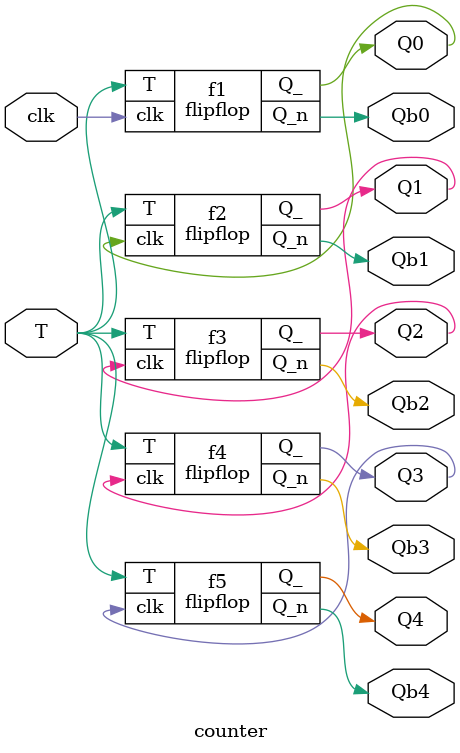
<source format=v>







`timescale 1ns / 1ps
module final(input M, clk,output r1,r2,r3,r4,g1,g2,g3,g4,y1,y2,y3,y4 );
wire Q1,Q2,Q3,Q4,Q0,M;
wire Qn0,Qn1,Qn2,Qn3,Qn4;
wire s0, s1,s2,s3,s4,s5,s6,s7,s8,s9,s10,s11,s12
   ,s13,s14,s15,s16,s17,s18,s19,s20,s21,s22,s23,s24,s25,s26,s27,s28,s29,s30,s31;
counter c1 (M,clk,Qn0,Qn1,Qn2,Qn3,Qn4, Q0,Q1,Q2,Q3,Q4);
demux32_1 d1( Q4,Q3,Q2,Q1,Q0,s0, s1,s2,s3,s4,s5,s6,s7,s8,s9,s10,s11,s12
   ,s13,s14,s15,s16,s17,s18,s19,s20,s21,s22,s23,s24,s25,s26,s27,s28,s29,s30,s31);
assign g1= s0|s1|s2|s3|s4|s5|s6; 
assign g2= s8|s9|s10|s11|s12|s13|s14; 
assign g3=s16|s17|s18|s19|s20|s21|s22;
assign g4=s24|s25|s26|s27|s28|s29|s30;
assign y1=s7|s31;
assign  y2=s7|s15;
assign y3=s15|s23;
assign y4=s23|s31;
assign r1= ~y1&~g1;
assign r2= ~y2&~g2;
assign r3= ~y3&~g3;
assign r4= ~y4 &~g4;
endmodule

module flipflop(clk,T,Q_,Q_n);
input clk,T;
output Q_,Q_n;
reg Q_,Q_n;
wire clk,T;
initial
begin
Q_=1'b0;
Q_n=1'b1;
end
    always@(posedge(clk))
    begin
       if(T==0) begin Q_=Q_;Q_n=Q_n; end
   else if (T==1) begin Q_=~Q_; Q_n=~Q_n; end
      end
endmodule
   module demux32_1(A,B,C,D,E,s0,s1,s2,s3,s4,s5,s6,s7,s8,s9,s10,s11,s12
   ,s13,s14,s15,s16,s17,s18,s19,s20,s21,s22,s23,s24,s25,s26,s27,s28,s29,s30,s31);
input A,B,C,D,E;
output s0,s1,s2,s3,s4,s5,s6,s7,s8,s9,s10,s11,s12
   ,s13,s14,s15,s16,s17,s18,s19,s20,s21,s22,s23,s24,s25,s26,s27,s28,s29,s30,s31;



assign s0=( ~A & ~B & ~C & ~D & ~E);
assign s1=( ~A & ~B & ~C & ~D & E);
assign s2=( ~A & ~B & ~C & D & ~E);
assign s3=( ~A & ~B & ~C & D & E);
assign s4=( ~A & ~B & C & ~D & ~E);
assign s5=( ~A & ~B & C & ~D & E);
assign s6=( ~A & ~B & C & D & ~E);
assign s7=( ~A & ~B & C & D & E);
assign s8=( ~A & B & ~C & ~D & ~E);
assign s9=( ~A & B & ~C & ~D & E);
assign s10=( ~A & B & ~C & D & ~E);
assign s11=( ~A & B & ~C & D & E);
assign s12=( ~A & B & C & ~D & ~E);
assign s13=( ~A & B & C & ~D & E);
assign s14=( ~A & B & C & D & ~E);
assign s15=( ~A & B & C & D & E);
assign s16=( A & ~B & ~C & ~D &~ E);
assign s17=( A & ~B & ~C & ~D & E);
assign s18=( A & ~B & ~C & D & ~E);
assign s19=( A & ~B & ~C & D & E);
assign s20=( A & ~B & C & ~D & ~E);
assign s21=( A & ~B & C & ~D & E);
assign s22=( A & ~B & C & D & ~E);
assign s23=( A & ~B & C & D & E);
assign s24=( A & B & ~C & ~D & ~E);
assign s25=( A & B & ~C & ~D & E);
assign s26=( A & B & ~C & D & ~E);
assign s27=( A & B & ~C & D & E);
assign s28=( A & B & C & ~D & ~E);
assign s29=( A & B & C & ~D & E);
assign s30=( A & B & C & D & ~E);
assign s31=( A & B & C & D & E);

endmodule

         
module counter(T, clk, Q0,Q1,Q2,Q3,Q4,Qb0,Qb1,Qb2,Qb3,Qb4);
input T,clk;
output Q0,Q1,Q2,Q3,Q4;
output Qb0,Qb1,Qb2,Qb3,Qb4; 
     
    flipflop  f1(clk,T,Q0,Qb0);
     flipflop  f2(Q0,T,Q1,Qb1);
     flipflop  f3(Q1,T,Q2,Qb2);
     flipflop  f4(Q2,T,Q3,Qb3);
     flipflop  f5(Q3,T,Q4,Qb4);  
endmodule



</source>
